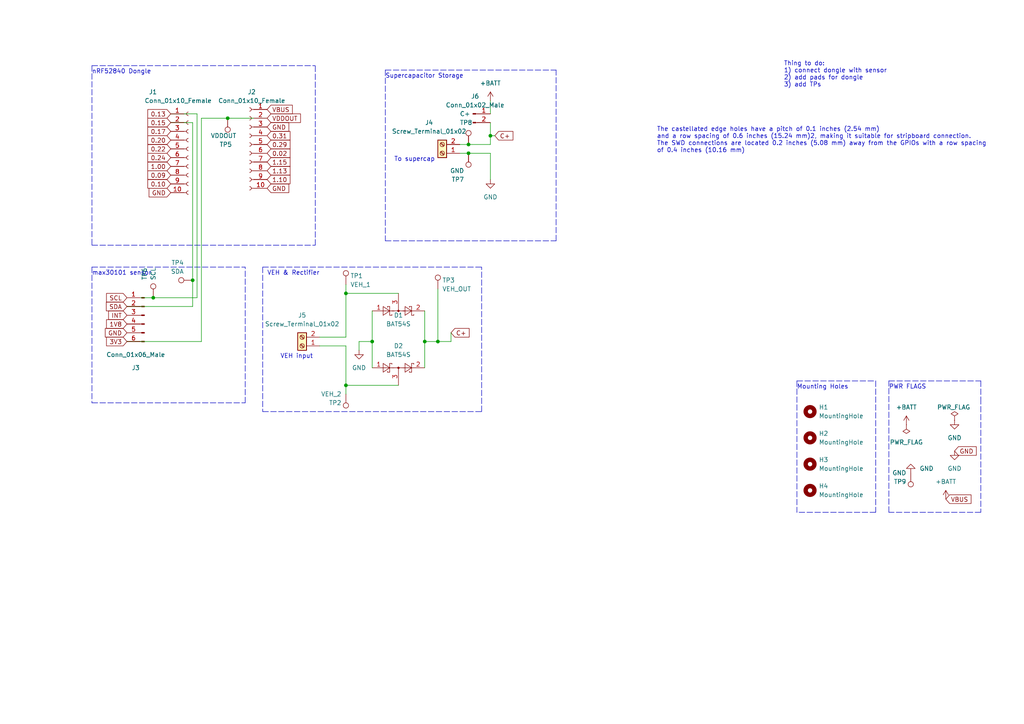
<source format=kicad_sch>
(kicad_sch (version 20211123) (generator eeschema)
  (paper "A4")
  (title_block (title "IL2232 - Power Management Board") (date "2022-11-08") (company "KTH"))
  (lib_symbols
    (symbol "Connector:Conn_01x02_Male" (pin_names (offset 1.016) hide)
      (property "Reference" "J" (at 0 2.54 0))
      (property "Value" "Conn_01x02_Male" (at 0 -5.08 0))
      (symbol "Conn_01x02_Male_1_1"
        (polyline (pts (xy 1.27 -2.54) (xy 0.8636 -2.54)) (stroke (width 0.1524)))
        (polyline (pts (xy 1.27 0) (xy 0.8636 0)) (stroke (width 0.1524)))
        (rectangle (start 0.8636 -2.413) (end 0 -2.667) (stroke (width 0.1524)) (fill (type outline)))
        (rectangle (start 0.8636 0.127) (end 0 -0.127) (stroke (width 0.1524)) (fill (type outline)))
        (pin passive line (at 5.08 0 180) (length 3.81) (name "Pin_1") (number "1"))
        (pin passive line (at 5.08 -2.54 180) (length 3.81) (name "Pin_2") (number "2"))
      )
    )
    (symbol "Connector:Conn_01x06_Male" (pin_names (offset 1.016) hide)
      (property "Reference" "J" (at 0 7.62 0))
      (property "Value" "Conn_01x06_Male" (at 0 -10.16 0))
      (symbol "Conn_01x06_Male_1_1"
        (polyline (pts (xy 1.27 -7.62) (xy 0.8636 -7.62)) (stroke (width 0.1524)))
        (polyline (pts (xy 1.27 -5.08) (xy 0.8636 -5.08)) (stroke (width 0.1524)))
        (polyline (pts (xy 1.27 -2.54) (xy 0.8636 -2.54)) (stroke (width 0.1524)))
        (polyline (pts (xy 1.27 0) (xy 0.8636 0)) (stroke (width 0.1524)))
        (polyline (pts (xy 1.27 2.54) (xy 0.8636 2.54)) (stroke (width 0.1524)))
        (polyline (pts (xy 1.27 5.08) (xy 0.8636 5.08)) (stroke (width 0.1524)))
        (rectangle (start 0.8636 -7.493) (end 0 -7.747) (stroke (width 0.1524)) (fill (type outline)))
        (rectangle (start 0.8636 -4.953) (end 0 -5.207) (stroke (width 0.1524)) (fill (type outline)))
        (rectangle (start 0.8636 -2.413) (end 0 -2.667) (stroke (width 0.1524)) (fill (type outline)))
        (rectangle (start 0.8636 0.127) (end 0 -0.127) (stroke (width 0.1524)) (fill (type outline)))
        (rectangle (start 0.8636 2.667) (end 0 2.413) (stroke (width 0.1524)) (fill (type outline)))
        (rectangle (start 0.8636 5.207) (end 0 4.953) (stroke (width 0.1524)) (fill (type outline)))
        (pin passive line (at 5.08 5.08 180) (length 3.81) (name "Pin_1") (number "1"))
        (pin passive line (at 5.08 2.54 180) (length 3.81) (name "Pin_2") (number "2"))
        (pin passive line (at 5.08 0 180) (length 3.81) (name "Pin_3") (number "3"))
        (pin passive line (at 5.08 -2.54 180) (length 3.81) (name "Pin_4") (number "4"))
        (pin passive line (at 5.08 -5.08 180) (length 3.81) (name "Pin_5") (number "5"))
        (pin passive line (at 5.08 -7.62 180) (length 3.81) (name "Pin_6") (number "6"))
      )
    )
    (symbol "Connector:Conn_01x10_Female" (pin_names (offset 1.016) hide)
      (property "Reference" "J" (at 0 12.7 0))
      (property "Value" "Conn_01x10_Female" (at 0 -15.24 0))
      (symbol "Conn_01x10_Female_1_1"
        (arc (start 0 -12.192) (mid -0.508 -12.7) (end 0 -13.208) (stroke (width 0.1524)))
        (arc (start 0 -9.652) (mid -0.508 -10.16) (end 0 -10.668) (stroke (width 0.1524)))
        (arc (start 0 -7.112) (mid -0.508 -7.62) (end 0 -8.128) (stroke (width 0.1524)))
        (arc (start 0 -4.572) (mid -0.508 -5.08) (end 0 -5.588) (stroke (width 0.1524)))
        (arc (start 0 -2.032) (mid -0.508 -2.54) (end 0 -3.048) (stroke (width 0.1524)))
        (polyline (pts (xy -1.27 -12.7) (xy -0.508 -12.7)) (stroke (width 0.1524)))
        (polyline (pts (xy -1.27 -10.16) (xy -0.508 -10.16)) (stroke (width 0.1524)))
        (polyline (pts (xy -1.27 -7.62) (xy -0.508 -7.62)) (stroke (width 0.1524)))
        (polyline (pts (xy -1.27 -5.08) (xy -0.508 -5.08)) (stroke (width 0.1524)))
        (polyline (pts (xy -1.27 -2.54) (xy -0.508 -2.54)) (stroke (width 0.1524)))
        (polyline (pts (xy -1.27 0) (xy -0.508 0)) (stroke (width 0.1524)))
        (polyline (pts (xy -1.27 2.54) (xy -0.508 2.54)) (stroke (width 0.1524)))
        (polyline (pts (xy -1.27 5.08) (xy -0.508 5.08)) (stroke (width 0.1524)))
        (polyline (pts (xy -1.27 7.62) (xy -0.508 7.62)) (stroke (width 0.1524)))
        (polyline (pts (xy -1.27 10.16) (xy -0.508 10.16)) (stroke (width 0.1524)))
        (arc (start 0 0.508) (mid -0.508 0) (end 0 -0.508) (stroke (width 0.1524)))
        (arc (start 0 3.048) (mid -0.508 2.54) (end 0 2.032) (stroke (width 0.1524)))
        (arc (start 0 5.588) (mid -0.508 5.08) (end 0 4.572) (stroke (width 0.1524)))
        (arc (start 0 8.128) (mid -0.508 7.62) (end 0 7.112) (stroke (width 0.1524)))
        (arc (start 0 10.668) (mid -0.508 10.16) (end 0 9.652) (stroke (width 0.1524)))
        (pin passive line (at -5.08 10.16 0) (length 3.81) (name "Pin_1") (number "1"))
        (pin passive line (at -5.08 -12.7 0) (length 3.81) (name "Pin_10") (number "10"))
        (pin passive line (at -5.08 7.62 0) (length 3.81) (name "Pin_2") (number "2"))
        (pin passive line (at -5.08 5.08 0) (length 3.81) (name "Pin_3") (number "3"))
        (pin passive line (at -5.08 2.54 0) (length 3.81) (name "Pin_4") (number "4"))
        (pin passive line (at -5.08 0 0) (length 3.81) (name "Pin_5") (number "5"))
        (pin passive line (at -5.08 -2.54 0) (length 3.81) (name "Pin_6") (number "6"))
        (pin passive line (at -5.08 -5.08 0) (length 3.81) (name "Pin_7") (number "7"))
        (pin passive line (at -5.08 -7.62 0) (length 3.81) (name "Pin_8") (number "8"))
        (pin passive line (at -5.08 -10.16 0) (length 3.81) (name "Pin_9") (number "9"))
      )
    )
    (symbol "Connector:Screw_Terminal_01x02" (pin_names (offset 1.016) hide)
      (property "Reference" "J" (at 0 2.54 0))
      (property "Value" "Screw_Terminal_01x02" (at 0 -5.08 0))
      (symbol "Screw_Terminal_01x02_1_1"
        (rectangle (start -1.27 1.27) (end 1.27 -3.81) (stroke (width 0.254)) (fill (type background)))
        (circle (center 0 -2.54) (radius 0.635) (stroke (width 0.1524)))
        (polyline (pts (xy -0.5334 -2.2098) (xy 0.3302 -3.048)) (stroke (width 0.1524)))
        (polyline (pts (xy -0.5334 0.3302) (xy 0.3302 -0.508)) (stroke (width 0.1524)))
        (polyline (pts (xy -0.3556 -2.032) (xy 0.508 -2.8702)) (stroke (width 0.1524)))
        (polyline (pts (xy -0.3556 0.508) (xy 0.508 -0.3302)) (stroke (width 0.1524)))
        (circle (center 0 0) (radius 0.635) (stroke (width 0.1524)))
        (pin passive line (at -5.08 0 0) (length 3.81) (name "Pin_1") (number "1"))
        (pin passive line (at -5.08 -2.54 0) (length 3.81) (name "Pin_2") (number "2"))
      )
    )
    (symbol "Connector:TestPoint" (pin_numbers hide) (pin_names (offset 0.762) hide)
      (property "Reference" "TP" (at 0 6.858 0))
      (property "Value" "TestPoint" (at 0 5.08 0))
      (symbol "TestPoint_0_1"
        (circle (center 0 3.302) (radius 0.762))
      )
      (symbol "TestPoint_1_1"
        (pin passive line (at 0 0 90) (length 2.54) (name "1") (number "1"))
      )
    )
    (symbol "Diode:BAT54S" (pin_names (offset 1.016))
      (property "Reference" "D" (at 0.635 -3.81 0))
      (property "Value" "BAT54S" (at -6.35 3.175 0))
      (symbol "BAT54S_0_1"
        (polyline (pts (xy -3.81 0) (xy -1.27 0)))
        (polyline (pts (xy -3.175 -1.27) (xy -3.175 -1.016)))
        (polyline (pts (xy -2.54 -1.27) (xy -3.175 -1.27)))
        (polyline (pts (xy -2.54 -1.27) (xy -2.54 1.27)))
        (polyline (pts (xy -2.54 1.27) (xy -1.905 1.27)))
        (polyline (pts (xy -1.905 0) (xy 1.905 0)))
        (polyline (pts (xy -1.905 1.27) (xy -1.905 1.016)))
        (polyline (pts (xy 1.27 0) (xy 3.81 0)))
        (polyline (pts (xy 3.175 -1.27) (xy 3.175 -1.016)))
        (polyline (pts (xy 3.81 -1.27) (xy 3.175 -1.27)))
        (polyline (pts (xy 3.81 -1.27) (xy 3.81 1.27)))
        (polyline (pts (xy 3.81 1.27) (xy 4.445 1.27)))
        (polyline (pts (xy 4.445 1.27) (xy 4.445 1.016)))
        (polyline (pts (xy -4.445 1.27) (xy -4.445 -1.27) (xy -2.54 0) (xy -4.445 1.27)))
        (polyline (pts (xy 1.905 1.27) (xy 1.905 -1.27) (xy 3.81 0) (xy 1.905 1.27)))
        (circle (center 0 0) (radius 0.254) (fill (type outline)))
      )
      (symbol "BAT54S_1_1"
        (pin passive line (at -7.62 0 0) (length 3.81) (name "~") (number "1"))
        (pin passive line (at 7.62 0 180) (length 3.81) (name "~") (number "2"))
        (pin passive line (at 0 -5.08 90) (length 5.08) (name "~") (number "3"))
      )
    )
    (symbol "Mechanical:MountingHole" (pin_names (offset 1.016))
      (property "Reference" "H" (at 0 5.08 0))
      (property "Value" "MountingHole" (at 0 3.175 0))
      (symbol "MountingHole_0_1"
        (circle (center 0 0) (radius 1.27) (stroke (width 1.27)))
      )
    )
    (symbol "power:+BATT" (power) (pin_names (offset 0))
      (property "Value" "+BATT" (at 0 3.556 0))
      (symbol "+BATT_0_1"
        (polyline (pts (xy -0.762 1.27) (xy 0 2.54)))
        (polyline (pts (xy 0 0) (xy 0 2.54)))
        (polyline (pts (xy 0 2.54) (xy 0.762 1.27)))
      )
      (symbol "+BATT_1_1"
        (pin power_in line (at 0 0 90) (length 0) hide (name "+BATT") (number "1"))
      )
    )
    (symbol "power:GND" (power) (pin_names (offset 0))
      (property "Value" "GND" (at 0 -3.81 0))
      (symbol "GND_0_1"
        (polyline (pts (xy 0 0) (xy 0 -1.27) (xy 1.27 -1.27) (xy 0 -2.54) (xy -1.27 -1.27) (xy 0 -1.27)))
      )
      (symbol "GND_1_1"
        (pin power_in line (at 0 0 270) (length 0) hide (name "GND") (number "1"))
      )
    )
    (symbol "power:PWR_FLAG" (power) (pin_numbers hide) (pin_names (offset 0) hide)
      (property "Value" "PWR_FLAG" (at 0 3.81 0))
      (symbol "PWR_FLAG_0_0"
        (pin power_out line (at 0 0 90) (length 0) (name "pwr") (number "1"))
      )
      (symbol "PWR_FLAG_0_1"
        (polyline (pts (xy 0 0) (xy 0 1.27) (xy -1.016 1.905) (xy 0 2.54) (xy 1.016 1.905) (xy 0 1.27)))
      )
    )
  )
  (junction (at 66.04 34.29))
  (junction (at 135.89 41.91))
  (junction (at 135.89 44.45))
  (junction (at 142.24 39.37))
  (junction (at 55.88 81.28))
  (junction (at 127 99.06))
  (junction (at 100.33 85.09))
  (junction (at 100.33 111.76))
  (junction (at 44.45 86.36))
  (junction (at 123.19 99.06))
  (junction (at 107.95 99.06))
  (wire (pts (xy 55.88 81.28) (xy 55.88 35.56)))
  (wire (pts (xy 107.95 99.06) (xy 107.95 106.68)))
  (wire (pts (xy 142.24 35.56) (xy 142.24 39.37)))
  (polyline (pts (xy 284.48 110.49) (xy 284.48 115.57)))
  (wire (pts (xy 92.71 100.33) (xy 100.33 100.33)))
  (wire (pts (xy 100.33 100.33) (xy 100.33 111.76)))
  (wire (pts (xy 36.83 86.36) (xy 44.45 86.36)))
  (wire (pts (xy 58.42 34.29) (xy 58.42 99.06)))
  (wire (pts (xy 92.71 97.79) (xy 100.33 97.79)))
  (polyline (pts (xy 231.14 110.49) (xy 254 110.49)))
  (wire (pts (xy 127 99.06) (xy 130.81 99.06)))
  (wire (pts (xy 135.89 44.45) (xy 142.24 44.45)))
  (polyline (pts (xy 284.48 115.57) (xy 284.48 148.59)))
  (wire (pts (xy 49.53 35.56) (xy 55.88 35.56)))
  (polyline (pts (xy 254 110.49) (xy 254 148.59)))
  (polyline (pts (xy 26.67 19.05) (xy 26.67 71.12)))
  (wire (pts (xy 55.88 88.9) (xy 55.88 81.28)))
  (wire (pts (xy 100.33 82.55) (xy 100.33 85.09)))
  (polyline (pts (xy 71.12 116.84) (xy 71.12 77.47)))
  (polyline (pts (xy 26.67 19.05) (xy 91.44 19.05)))
  (wire (pts (xy 58.42 99.06) (xy 36.83 99.06)))
  (wire (pts (xy 107.95 90.17) (xy 107.95 99.06)))
  (wire (pts (xy 133.35 41.91) (xy 135.89 41.91)))
  (wire (pts (xy 123.19 99.06) (xy 127 99.06)))
  (polyline (pts (xy 76.2 119.38) (xy 139.7 119.38)))
  (polyline (pts (xy 254 148.59) (xy 231.14 148.59)))
  (wire (pts (xy 44.45 86.36) (xy 57.15 86.36)))
  (polyline (pts (xy 111.76 69.85) (xy 161.29 69.85)))
  (polyline (pts (xy 26.67 116.84) (xy 71.12 116.84)))
  (wire (pts (xy 133.35 44.45) (xy 135.89 44.45)))
  (wire (pts (xy 100.33 85.09) (xy 115.57 85.09)))
  (wire (pts (xy 123.19 90.17) (xy 123.19 99.06)))
  (wire (pts (xy 104.14 99.06) (xy 107.95 99.06)))
  (wire (pts (xy 49.53 33.02) (xy 57.15 33.02)))
  (wire (pts (xy 142.24 29.21) (xy 142.24 33.02)))
  (polyline (pts (xy 257.81 110.49) (xy 284.48 110.49)))
  (wire (pts (xy 130.81 99.06) (xy 130.81 96.52)))
  (wire (pts (xy 142.24 44.45) (xy 142.24 52.07)))
  (polyline (pts (xy 139.7 119.38) (xy 139.7 77.47)))
  (wire (pts (xy 142.24 39.37) (xy 142.24 41.91)))
  (polyline (pts (xy 257.81 148.59) (xy 257.81 110.49)))
  (wire (pts (xy 100.33 111.76) (xy 115.57 111.76)))
  (polyline (pts (xy 26.67 77.47) (xy 71.12 77.47)))
  (polyline (pts (xy 26.67 71.12) (xy 91.44 71.12)))
  (wire (pts (xy 142.24 39.37) (xy 143.51 39.37)))
  (wire (pts (xy 36.83 88.9) (xy 55.88 88.9)))
  (polyline (pts (xy 91.44 71.12) (xy 91.44 19.05)))
  (polyline (pts (xy 111.76 20.32) (xy 161.29 20.32)))
  (wire (pts (xy 104.14 101.6) (xy 104.14 99.06)))
  (polyline (pts (xy 76.2 77.47) (xy 139.7 77.47)))
  (wire (pts (xy 100.33 111.76) (xy 100.33 114.3)))
  (wire (pts (xy 100.33 97.79) (xy 100.33 85.09)))
  (polyline (pts (xy 76.2 77.47) (xy 76.2 119.38)))
  (polyline (pts (xy 111.76 20.32) (xy 111.76 69.85)))
  (polyline (pts (xy 231.14 110.49) (xy 231.14 148.59)))
  (wire (pts (xy 58.42 34.29) (xy 66.04 34.29)))
  (polyline (pts (xy 26.67 77.47) (xy 26.67 116.84)))
  (wire (pts (xy 127 83.82) (xy 127 99.06)))
  (wire (pts (xy 135.89 41.91) (xy 142.24 41.91)))
  (wire (pts (xy 66.04 34.29) (xy 77.47 34.29)))
  (wire (pts (xy 57.15 33.02) (xy 57.15 86.36)))
  (polyline (pts (xy 161.29 69.85) (xy 161.29 20.32)))
  (polyline (pts (xy 284.48 148.59) (xy 257.81 148.59)))
  (wire (pts (xy 123.19 99.06) (xy 123.19 106.68)))
  (text "VEH & Rectifier\n" (at 77.47 80.01 0) (effects (font (size 1.27 1.27)) (justify left bottom)))
  (text "nRF52840 Dongle\n" (at 26.67 21.59 0) (effects (font (size 1.27 1.27)) (justify left bottom)))
  (text "Mounting Holes" (at 231.14 113.03 0) (effects (font (size 1.27 1.27)) (justify left bottom)))
  (text "To supercap\n" (at 114.3 46.99 0) (effects (font (size 1.27 1.27)) (justify left bottom)))
  (text "max30101 sensor\n" (at 26.67 80.01 0) (effects (font (size 1.27 1.27)) (justify left bottom)))
  (text "Supercapacitor Storage\n" (at 111.76 22.86 0) (effects (font (size 1.27 1.27)) (justify left bottom)))
  (text "PWR FLAGS\n" (at 257.81 113.03 0) (effects (font (size 1.27 1.27)) (justify left bottom)))
  (text "Thing to do:\n1) connect dongle with sensor\n2) add pads for dongle\n3) add TPs\n" (at 227.33 25.4 0) (effects (font (size 1.27 1.27)) (justify left bottom)))
  (text "VEH input\n" (at 81.28 104.14 0) (effects (font (size 1.27 1.27)) (justify left bottom)))
  (text "The castellated edge holes have a pitch of 0.1 inches (2.54 mm) \nand a row spacing of 0.6 inches (15.24 mm)2, making it suitable for stripboard connection.\nThe SWD connections are located 0.2 inches (5.08 mm) away from the GPIOs with a row spacing \nof 0.4 inches (10.16 mm)" (at 190.5 44.45 0) (effects (font (size 1.27 1.27)) (justify left bottom)))
  (global_label "0.15" (shape input) (at 49.53 35.56 180) (property "Intersheet References" "${INTERSHEET_REFS}" (effects hide)))
  (global_label "C+" (shape input) (at 143.51 39.37 0) (property "Intersheet References" "${INTERSHEET_REFS}" (effects hide)))
  (global_label "INT" (shape input) (at 36.83 91.44 180) (property "Intersheet References" "${INTERSHEET_REFS}" (effects hide)))
  (global_label "1V8" (shape input) (at 36.83 93.98 180) (property "Intersheet References" "${INTERSHEET_REFS}" (effects hide)))
  (global_label "0.17" (shape input) (at 49.53 38.1 180) (property "Intersheet References" "${INTERSHEET_REFS}" (effects hide)))
  (global_label "VBUS" (shape input) (at 77.47 31.75 0) (property "Intersheet References" "${INTERSHEET_REFS}" (effects hide)))
  (global_label "GND" (shape input) (at 77.47 54.61 0) (property "Intersheet References" "${INTERSHEET_REFS}" (effects hide)))
  (global_label "1.00" (shape input) (at 49.53 48.26 180) (property "Intersheet References" "${INTERSHEET_REFS}" (effects hide)))
  (global_label "1.13" (shape input) (at 77.47 49.53 0) (property "Intersheet References" "${INTERSHEET_REFS}" (effects hide)))
  (global_label "SDA" (shape input) (at 36.83 88.9 180) (property "Intersheet References" "${INTERSHEET_REFS}" (effects hide)))
  (global_label "GND" (shape input) (at 49.53 55.88 180) (property "Intersheet References" "${INTERSHEET_REFS}" (effects hide)))
  (global_label "C+" (shape input) (at 130.81 96.52 0) (property "Intersheet References" "${INTERSHEET_REFS}" (effects hide)))
  (global_label "3V3" (shape input) (at 36.83 99.06 180) (property "Intersheet References" "${INTERSHEET_REFS}" (effects hide)))
  (global_label "VBUS" (shape input) (at 274.32 144.78 0) (property "Intersheet References" "${INTERSHEET_REFS}" (effects hide)))
  (global_label "0.31" (shape input) (at 77.47 39.37 0) (property "Intersheet References" "${INTERSHEET_REFS}" (effects hide)))
  (global_label "0.24" (shape input) (at 49.53 45.72 180) (property "Intersheet References" "${INTERSHEET_REFS}" (effects hide)))
  (global_label "1.10" (shape input) (at 77.47 52.07 0) (property "Intersheet References" "${INTERSHEET_REFS}" (effects hide)))
  (global_label "0.20" (shape input) (at 49.53 40.64 180) (property "Intersheet References" "${INTERSHEET_REFS}" (effects hide)))
  (global_label "1.15" (shape input) (at 77.47 46.99 0) (property "Intersheet References" "${INTERSHEET_REFS}" (effects hide)))
  (global_label "GND" (shape input) (at 276.86 130.81 0) (property "Intersheet References" "${INTERSHEET_REFS}" (effects hide)))
  (global_label "0.29" (shape input) (at 77.47 41.91 0) (property "Intersheet References" "${INTERSHEET_REFS}" (effects hide)))
  (global_label "GND" (shape input) (at 36.83 96.52 180) (property "Intersheet References" "${INTERSHEET_REFS}" (effects hide)))
  (global_label "0.02" (shape input) (at 77.47 44.45 0) (property "Intersheet References" "${INTERSHEET_REFS}" (effects hide)))
  (global_label "GND" (shape input) (at 77.47 36.83 0) (property "Intersheet References" "${INTERSHEET_REFS}" (effects hide)))
  (global_label "0.10" (shape input) (at 49.53 53.34 180) (property "Intersheet References" "${INTERSHEET_REFS}" (effects hide)))
  (global_label "VDDOUT" (shape input) (at 77.47 34.29 0) (property "Intersheet References" "${INTERSHEET_REFS}" (effects hide)))
  (global_label "0.13" (shape input) (at 49.53 33.02 180) (property "Intersheet References" "${INTERSHEET_REFS}" (effects hide)))
  (global_label "0.09" (shape input) (at 49.53 50.8 180) (property "Intersheet References" "${INTERSHEET_REFS}" (effects hide)))
  (global_label "SCL" (shape input) (at 36.83 86.36 180) (property "Intersheet References" "${INTERSHEET_REFS}" (effects hide)))
  (global_label "0.22" (shape input) (at 49.53 43.18 180) (property "Intersheet References" "${INTERSHEET_REFS}" (effects hide)))
  (symbol (lib_id "Connector:Screw_Terminal_01x02") (at 87.63 100.33 180) (unit 1)
    (property "Reference" "J5" (at 87.63 91.44 0))
    (property "Value" "Screw_Terminal_01x02" (at 87.63 93.98 0))
    (property "Footprint" "TerminalBlock_RND:TerminalBlock_RND_205-00001_1x02_P5.00mm_Horizontal" (effects hide))
  )
  (symbol (lib_id "power:+BATT") (at 142.24 29.21 0) (unit 1)
    (property "Reference" "#PWR0108" (effects hide))
    (property "Value" "+BATT" (at 142.24 24.13 0))
  )
  (symbol (lib_id "power:GND") (at 276.86 121.92 0) (unit 1)
    (property "Reference" "#PWR0102" (effects hide))
    (property "Value" "GND" (at 276.86 127 0))
  )
  (symbol (lib_id "Connector:TestPoint") (at 100.33 82.55 0) (unit 1)
    (property "Reference" "TP1" (at 101.6 80.01 0) (effects (justify left)))
    (property "Value" "VEH_1" (at 101.6 82.55 0) (effects (justify left)))
    (property "Footprint" "TestPoint:TestPoint_Pad_D1.5mm" (effects hide))
  )
  (symbol (lib_id "Diode:BAT54S") (at 115.57 90.17 0) (mirror x) (unit 1)
    (property "Reference" "D1" (at 115.57 91.44 0))
    (property "Value" "BAT54S" (at 115.57 93.98 0))
    (property "Footprint" "Package_TO_SOT_SMD:SOT-23" (effects hide))
    (property "Datasheet" "https://www.diodes.com/assets/Datasheets/ds11005.pdf" (effects hide))
  )
  (symbol (lib_id "power:GND") (at 264.16 137.16 180) (unit 1)
    (property "Reference" "#PWR0103" (effects hide))
    (property "Value" "GND" (at 266.7 135.8899 0) (effects (justify right)))
  )
  (symbol (lib_id "power:PWR_FLAG") (at 276.86 121.92 0) (unit 1)
    (property "Reference" "#FLG0101" (effects hide))
    (property "Value" "PWR_FLAG" (at 271.78 118.11 0) (effects (justify left)))
  )
  (symbol (lib_id "Mechanical:MountingHole") (at 234.95 119.38 0) (unit 1)
    (property "Reference" "H1" (at 237.49 118.1099 0) (effects (justify left)))
    (property "Value" "MountingHole" (at 237.49 120.6499 0) (effects (justify left)))
    (property "Footprint" "MountingHole:MountingHole_2.2mm_M2" (effects hide))
  )
  (symbol (lib_id "Connector:TestPoint") (at 264.16 137.16 180) (unit 1)
    (property "Reference" "TP9" (at 262.89 139.7 0) (effects (justify left)))
    (property "Value" "GND" (at 262.89 137.16 0) (effects (justify left)))
    (property "Footprint" "TestPoint:TestPoint_Pad_D1.5mm" (effects hide))
  )
  (symbol (lib_id "Connector:Conn_01x06_Male") (at 41.91 91.44 0) (mirror y) (unit 1)
    (property "Reference" "J3" (at 39.37 106.68 0))
    (property "Value" "Conn_01x06_Male" (at 39.37 102.87 0))
    (property "Footprint" "Connector_PinHeader_2.54mm:PinHeader_1x06_P2.54mm_Horizontal" (effects hide))
  )
  (symbol (lib_id "Connector:TestPoint") (at 66.04 34.29 180) (unit 1)
    (property "Reference" "TP5" (at 67.31 41.91 0) (effects (justify left)))
    (property "Value" "VDDOUT" (at 68.58 39.37 0) (effects (justify left)))
    (property "Footprint" "TestPoint:TestPoint_Pad_D1.5mm" (effects hide))
  )
  (symbol (lib_id "Connector:TestPoint") (at 135.89 44.45 180) (unit 1)
    (property "Reference" "TP7" (at 134.62 52.07 0) (effects (justify left)))
    (property "Value" "GND" (at 134.62 49.53 0) (effects (justify left)))
    (property "Footprint" "TestPoint:TestPoint_Pad_D1.5mm" (effects hide))
  )
  (symbol (lib_id "Connector:TestPoint") (at 135.89 41.91 0) (unit 1)
    (property "Reference" "TP8" (at 133.35 35.56 0) (effects (justify left)))
    (property "Value" "C+" (at 133.35 33.02 0) (effects (justify left)))
    (property "Footprint" "TestPoint:TestPoint_Pad_D1.5mm" (effects hide))
  )
  (symbol (lib_id "Connector:TestPoint") (at 100.33 114.3 180) (unit 1)
    (property "Reference" "TP2" (at 99.06 116.84 0) (effects (justify left)))
    (property "Value" "VEH_2" (at 99.06 114.3 0) (effects (justify left)))
    (property "Footprint" "TestPoint:TestPoint_Pad_D1.5mm" (effects hide))
  )
  (symbol (lib_id "Connector:TestPoint") (at 127 83.82 0) (unit 1)
    (property "Reference" "TP3" (at 128.27 81.28 0) (effects (justify left)))
    (property "Value" "VEH_OUT" (at 128.27 83.82 0) (effects (justify left)))
    (property "Footprint" "TestPoint:TestPoint_Pad_D1.5mm" (effects hide))
  )
  (symbol (lib_id "Mechanical:MountingHole") (at 234.95 134.62 0) (unit 1)
    (property "Reference" "H3" (at 237.49 133.3499 0) (effects (justify left)))
    (property "Value" "MountingHole" (at 237.49 135.8899 0) (effects (justify left)))
    (property "Footprint" "MountingHole:MountingHole_2.2mm_M2" (effects hide))
  )
  (symbol (lib_id "power:GND") (at 142.24 52.07 0) (unit 1)
    (property "Reference" "#PWR0104" (effects hide))
    (property "Value" "GND" (at 142.24 57.15 0))
  )
  (symbol (lib_id "Connector:Screw_Terminal_01x02") (at 128.27 44.45 180) (unit 1)
    (property "Reference" "J4" (at 124.46 35.56 0))
    (property "Value" "Screw_Terminal_01x02" (at 124.46 38.1 0))
    (property "Footprint" "TerminalBlock_RND:TerminalBlock_RND_205-00001_1x02_P5.00mm_Horizontal" (effects hide))
  )
  (symbol (lib_id "Mechanical:MountingHole") (at 234.95 142.24 0) (unit 1)
    (property "Reference" "H4" (at 237.49 140.9699 0) (effects (justify left)))
    (property "Value" "MountingHole" (at 237.49 143.5099 0) (effects (justify left)))
    (property "Footprint" "MountingHole:MountingHole_2.2mm_M2" (effects hide))
  )
  (symbol (lib_id "Connector:TestPoint") (at 55.88 81.28 90) (unit 1)
    (property "Reference" "TP4" (at 53.34 76.2 90) (effects (justify left)))
    (property "Value" "SDA" (at 53.34 78.74 90) (effects (justify left)))
    (property "Footprint" "TestPoint:TestPoint_Pad_D1.5mm" (effects hide))
  )
  (symbol (lib_id "power:+BATT") (at 274.32 144.78 0) (unit 1)
    (property "Reference" "#PWR0105" (effects hide))
    (property "Value" "+BATT" (at 274.32 139.7 0))
  )
  (symbol (lib_id "Connector:TestPoint") (at 44.45 86.36 0) (unit 1)
    (property "Reference" "TP6" (at 41.91 81.28 90) (effects (justify left)))
    (property "Value" "SCL" (at 44.45 81.28 90) (effects (justify left)))
    (property "Footprint" "TestPoint:TestPoint_Pad_D1.5mm" (effects hide))
  )
  (symbol (lib_id "power:+BATT") (at 262.89 123.19 0) (unit 1)
    (property "Reference" "#PWR0101" (effects hide))
    (property "Value" "+BATT" (at 262.89 118.11 0))
  )
  (symbol (lib_id "power:GND") (at 276.86 130.81 0) (unit 1)
    (property "Reference" "#PWR0107" (effects hide))
    (property "Value" "GND" (at 276.86 135.89 0))
  )
  (symbol (lib_id "Diode:BAT54S") (at 115.57 106.68 0) (unit 1)
    (property "Reference" "D2" (at 115.57 100.33 0))
    (property "Value" "BAT54S" (at 115.57 102.87 0))
    (property "Footprint" "Package_TO_SOT_SMD:SOT-23" (effects hide))
    (property "Datasheet" "https://www.diodes.com/assets/Datasheets/ds11005.pdf" (effects hide))
  )
  (symbol (lib_id "power:GND") (at 104.14 101.6 0) (unit 1)
    (property "Reference" "#PWR0109" (effects hide))
    (property "Value" "GND" (at 104.14 106.68 0))
  )
  (symbol (lib_id "Connector:Conn_01x10_Female") (at 72.39 41.91 0) (mirror y) (unit 1)
    (property "Reference" "J2" (at 73.025 26.67 0))
    (property "Value" "Conn_01x10_Female" (at 73.025 29.21 0))
    (property "Footprint" "Connector_PinSocket_2.54mm:PinSocket_1x10_P2.54mm_Vertical" (effects hide))
  )
  (symbol (lib_id "power:PWR_FLAG") (at 262.89 123.19 180) (unit 1)
    (property "Reference" "#FLG0102" (effects hide))
    (property "Value" "PWR_FLAG" (at 262.89 128.27 0))
  )
  (symbol (lib_id "Mechanical:MountingHole") (at 234.95 127 0) (unit 1)
    (property "Reference" "H2" (at 237.49 125.7299 0) (effects (justify left)))
    (property "Value" "MountingHole" (at 237.49 128.2699 0) (effects (justify left)))
    (property "Footprint" "MountingHole:MountingHole_2.2mm_M2" (effects hide))
  )
  (symbol (lib_id "Connector:Conn_01x10_Female") (at 54.61 43.18 0) (unit 1)
    (property "Reference" "J1" (at 43.18 26.67 0) (effects (justify left)))
    (property "Value" "Conn_01x10_Female" (at 41.91 29.21 0) (effects (justify left)))
    (property "Footprint" "Connector_PinSocket_2.54mm:PinSocket_1x10_P2.54mm_Vertical" (effects hide))
  )
  (symbol (lib_id "Connector:Conn_01x02_Male") (at 137.16 33.02 0) (unit 1)
    (property "Reference" "J6" (at 137.795 27.94 0))
    (property "Value" "Conn_01x02_Male" (at 137.795 30.48 0))
    (property "Footprint" "Connector_PinHeader_2.54mm:PinHeader_1x02_P2.54mm_Vertical" (effects hide))
  )
)
</source>
